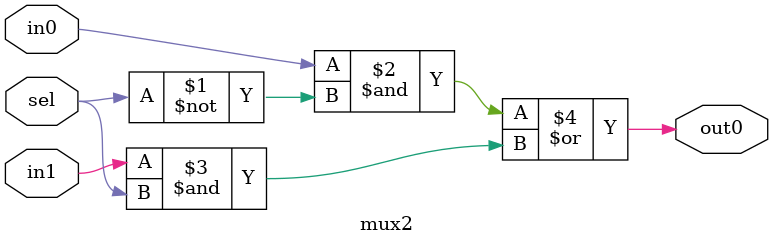
<source format=v>
`timescale 1ns / 1ps


module mux2(    input in0,
                input in1,
                input sel,
                output out0
             
    );
    
    assign out0 = (in0 & ~sel) | (in1 & sel);
endmodule

</source>
